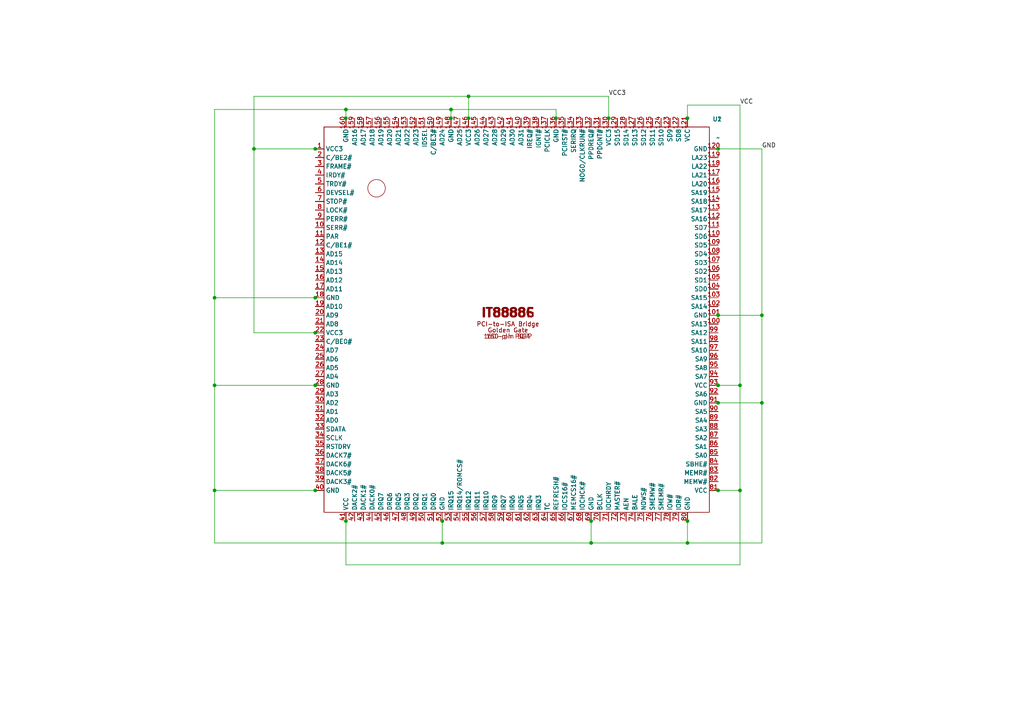
<source format=kicad_sch>
(kicad_sch (version 20250114) (generator "eeschema") (generator_version "9.0")
  (paper "A4")
  (lib_symbols
    (symbol "ISA8888:IT8888F"
      (property "Reference" "U" (at 0 -9.652 0))
      (symbol "IT8888F_1_1"
        (rectangle (start -53.34 55.88) (end 58.42 -55.88))
        (circle (center -38.1 38.1) (radius 2.54))
        (text "IT8888F" (at 0 2.032 0) (effects (font (size 2.54 2.54) (thickness 0.508) (bold yes))))
        (text "PCI-to-ISA Bridge" (at 0 -1.27 0) (effects (font (size 1.27 1.27))))
        (text "Golden Gate" (at 0 -3.048 0) (effects (font (size 1.27 1.27))))
        (text "160-pin PQFP" (at 0 -4.826 0) (effects (font (size 1.27 1.27))))
        (pin unspecified line (at -55.88 49.53 0) (length 2.54) (name "VCC3") (number "1"))
        (pin unspecified line (at -55.88 46.99 0) (length 2.54) (name "C/BE2#") (number "2"))
        (pin unspecified line (at -55.88 44.45 0) (length 2.54) (name "FRAME#") (number "3"))
        (pin unspecified line (at -55.88 41.91 0) (length 2.54) (name "IRDY#") (number "4"))
        (pin unspecified line (at -55.88 39.37 0) (length 2.54) (name "TRDY#") (number "5"))
        (pin unspecified line (at -55.88 36.83 0) (length 2.54) (name "DEVSEL#") (number "6"))
        (pin unspecified line (at -55.88 34.29 0) (length 2.54) (name "STOP#") (number "7"))
        (pin unspecified line (at -55.88 31.75 0) (length 2.54) (name "LOCK#") (number "8"))
        (pin unspecified line (at -55.88 29.21 0) (length 2.54) (name "PERR#") (number "9"))
        (pin unspecified line (at -55.88 26.67 0) (length 2.54) (name "SERR#") (number "10"))
        (pin unspecified line (at -55.88 24.13 0) (length 2.54) (name "PAR") (number "11"))
        (pin unspecified line (at -55.88 21.59 0) (length 2.54) (name "C/BE1#") (number "12"))
        (pin unspecified line (at -55.88 19.05 0) (length 2.54) (name "AD15") (number "13"))
        (pin unspecified line (at -55.88 16.51 0) (length 2.54) (name "AD14") (number "14"))
        (pin unspecified line (at -55.88 13.97 0) (length 2.54) (name "AD13") (number "15"))
        (pin unspecified line (at -55.88 11.43 0) (length 2.54) (name "AD12") (number "16"))
        (pin unspecified line (at -55.88 8.89 0) (length 2.54) (name "AD11") (number "17"))
        (pin unspecified line (at -55.88 6.35 0) (length 2.54) (name "GND") (number "18"))
        (pin unspecified line (at -55.88 3.81 0) (length 2.54) (name "AD10") (number "19"))
        (pin unspecified line (at -55.88 1.27 0) (length 2.54) (name "AD9") (number "20"))
        (pin unspecified line (at -55.88 -1.27 0) (length 2.54) (name "AD8") (number "21"))
        (pin unspecified line (at -55.88 -3.81 0) (length 2.54) (name "VCC3") (number "22"))
        (pin unspecified line (at -55.88 -6.35 0) (length 2.54) (name "C/BE0#") (number "23"))
        (pin unspecified line (at -55.88 -8.89 0) (length 2.54) (name "AD7") (number "24"))
        (pin unspecified line (at -55.88 -11.43 0) (length 2.54) (name "AD6") (number "25"))
        (pin unspecified line (at -55.88 -13.97 0) (length 2.54) (name "AD5") (number "26"))
        (pin unspecified line (at -55.88 -16.51 0) (length 2.54) (name "AD4") (number "27"))
        (pin unspecified line (at -55.88 -19.05 0) (length 2.54) (name "GND") (number "28"))
        (pin unspecified line (at -55.88 -21.59 0) (length 2.54) (name "AD3") (number "29"))
        (pin unspecified line (at -55.88 -24.13 0) (length 2.54) (name "AD2") (number "30"))
        (pin unspecified line (at -55.88 -26.67 0) (length 2.54) (name "AD1") (number "31"))
        (pin unspecified line (at -55.88 -29.21 0) (length 2.54) (name "AD0") (number "32"))
        (pin unspecified line (at -55.88 -31.75 0) (length 2.54) (name "SDATA") (number "33"))
        (pin unspecified line (at -55.88 -34.29 0) (length 2.54) (name "SCLK") (number "34"))
        (pin unspecified line (at -55.88 -36.83 0) (length 2.54) (name "RSTDRV") (number "35"))
        (pin unspecified line (at -55.88 -39.37 0) (length 2.54) (name "DACK7#") (number "36"))
        (pin unspecified line (at -55.88 -41.91 0) (length 2.54) (name "DACK6#") (number "37"))
        (pin unspecified line (at -55.88 -44.45 0) (length 2.54) (name "DACK5#") (number "38"))
        (pin unspecified line (at -55.88 -46.99 0) (length 2.54) (name "DACK3#") (number "39"))
        (pin unspecified line (at -55.88 -49.53 0) (length 2.54) (name "GND") (number "40"))
        (pin unspecified line (at -46.99 58.42 270) (length 2.54) (name "GND") (number "160"))
        (pin unspecified line (at -46.99 -58.42 90) (length 2.54) (name "VCC") (number "41"))
        (pin unspecified line (at -44.45 58.42 270) (length 2.54) (name "AD16") (number "159"))
        (pin unspecified line (at -44.45 -58.42 90) (length 2.54) (name "DACK2#") (number "42"))
        (pin unspecified line (at -41.91 58.42 270) (length 2.54) (name "AD17") (number "158"))
        (pin unspecified line (at -41.91 -58.42 90) (length 2.54) (name "DACK1#") (number "43"))
        (pin unspecified line (at -39.37 58.42 270) (length 2.54) (name "AD18") (number "157"))
        (pin unspecified line (at -39.37 -58.42 90) (length 2.54) (name "DACK0#") (number "44"))
        (pin unspecified line (at -36.83 58.42 270) (length 2.54) (name "AD19") (number "156"))
        (pin unspecified line (at -36.83 -58.42 90) (length 2.54) (name "DRQ7") (number "45"))
        (pin unspecified line (at -34.29 58.42 270) (length 2.54) (name "AD20") (number "155"))
        (pin unspecified line (at -34.29 -58.42 90) (length 2.54) (name "DRQ6") (number "46"))
        (pin unspecified line (at -31.75 58.42 270) (length 2.54) (name "AD21") (number "154"))
        (pin unspecified line (at -31.75 -58.42 90) (length 2.54) (name "DRQ5") (number "47"))
        (pin unspecified line (at -29.21 58.42 270) (length 2.54) (name "AD22") (number "153"))
        (pin unspecified line (at -29.21 -58.42 90) (length 2.54) (name "DRQ3") (number "48"))
        (pin unspecified line (at -26.67 58.42 270) (length 2.54) (name "AD23") (number "152"))
        (pin unspecified line (at -26.67 -58.42 90) (length 2.54) (name "DRQ2") (number "49"))
        (pin unspecified line (at -24.13 58.42 270) (length 2.54) (name "IDSEL") (number "151"))
        (pin unspecified line (at -24.13 -58.42 90) (length 2.54) (name "DRQ1") (number "50"))
        (pin unspecified line (at -21.59 58.42 270) (length 2.54) (name "C/BE3#") (number "150"))
        (pin unspecified line (at -21.59 -58.42 90) (length 2.54) (name "DRQ0") (number "51"))
        (pin unspecified line (at -19.05 58.42 270) (length 2.54) (name "AD24") (number "149"))
        (pin unspecified line (at -19.05 -58.42 90) (length 2.54) (name "GND") (number "52"))
        (pin unspecified line (at -16.51 58.42 270) (length 2.54) (name "GND") (number "148"))
        (pin unspecified line (at -16.51 -58.42 90) (length 2.54) (name "IRQ15") (number "53"))
        (pin unspecified line (at -13.97 58.42 270) (length 2.54) (name "AD25") (number "147"))
        (pin unspecified line (at -13.97 -58.42 90) (length 2.54) (name "IRQ14/ROMCS#") (number "54"))
        (pin unspecified line (at -11.43 58.42 270) (length 2.54) (name "VCC3") (number "146"))
        (pin unspecified line (at -11.43 -58.42 90) (length 2.54) (name "IRQ12") (number "55"))
        (pin unspecified line (at -8.89 58.42 270) (length 2.54) (name "AD26") (number "145"))
        (pin unspecified line (at -8.89 -58.42 90) (length 2.54) (name "IRQ11") (number "56"))
        (pin unspecified line (at -6.35 58.42 270) (length 2.54) (name "AD27") (number "144"))
        (pin unspecified line (at -6.35 -58.42 90) (length 2.54) (name "IRQ10") (number "57"))
        (pin unspecified line (at -3.81 58.42 270) (length 2.54) (name "AD28") (number "143"))
        (pin unspecified line (at -3.81 -58.42 90) (length 2.54) (name "IRQ9") (number "58"))
        (pin unspecified line (at -1.27 58.42 270) (length 2.54) (name "AD29") (number "142"))
        (pin unspecified line (at -1.27 -58.42 90) (length 2.54) (name "IRQ7") (number "59"))
        (pin unspecified line (at 1.27 58.42 270) (length 2.54) (name "AD30") (number "141"))
        (pin unspecified line (at 1.27 -58.42 90) (length 2.54) (name "IRQ6") (number "60"))
        (pin unspecified line (at 3.81 58.42 270) (length 2.54) (name "AD31") (number "140"))
        (pin unspecified line (at 3.81 -58.42 90) (length 2.54) (name "IRQ5") (number "61"))
        (pin unspecified line (at 6.35 58.42 270) (length 2.54) (name "IREQ#") (number "139"))
        (pin unspecified line (at 6.35 -58.42 90) (length 2.54) (name "IRQ4") (number "62"))
        (pin unspecified line (at 8.89 58.42 270) (length 2.54) (name "IGNT#") (number "138"))
        (pin unspecified line (at 8.89 -58.42 90) (length 2.54) (name "IRQ3") (number "63"))
        (pin unspecified line (at 11.43 58.42 270) (length 2.54) (name "PCICLK") (number "137"))
        (pin unspecified line (at 11.43 -58.42 90) (length 2.54) (name "TC") (number "64"))
        (pin unspecified line (at 13.97 58.42 270) (length 2.54) (name "GND") (number "136"))
        (pin unspecified line (at 13.97 -58.42 90) (length 2.54) (name "REFRESH#") (number "65"))
        (pin unspecified line (at 16.51 58.42 270) (length 2.54) (name "PCIRST#") (number "135"))
        (pin unspecified line (at 16.51 -58.42 90) (length 2.54) (name "IOCS16#") (number "66"))
        (pin unspecified line (at 19.05 58.42 270) (length 2.54) (name "SERIRQ") (number "134"))
        (pin unspecified line (at 19.05 -58.42 90) (length 2.54) (name "MEMCS16#") (number "67"))
        (pin unspecified line (at 21.59 58.42 270) (length 2.54) (name "NOGO/CLKRUN#") (number "133"))
        (pin unspecified line (at 21.59 -58.42 90) (length 2.54) (name "IOCHCK#") (number "68"))
        (pin unspecified line (at 24.13 58.42 270) (length 2.54) (name "PPDREQ#") (number "132"))
        (pin unspecified line (at 24.13 -58.42 90) (length 2.54) (name "GND") (number "69"))
        (pin unspecified line (at 26.67 58.42 270) (length 2.54) (name "PPDGNT#") (number "131"))
        (pin unspecified line (at 26.67 -58.42 90) (length 2.54) (name "BCLK") (number "70"))
        (pin unspecified line (at 29.21 58.42 270) (length 2.54) (name "VCC3") (number "130"))
        (pin unspecified line (at 29.21 -58.42 90) (length 2.54) (name "IOCHRDY") (number "71"))
        (pin unspecified line (at 31.75 58.42 270) (length 2.54) (name "SD15") (number "129"))
        (pin unspecified line (at 31.75 -58.42 90) (length 2.54) (name "MASTER#") (number "72"))
        (pin unspecified line (at 34.29 58.42 270) (length 2.54) (name "SD14") (number "128"))
        (pin unspecified line (at 34.29 -58.42 90) (length 2.54) (name "AEN") (number "73"))
        (pin unspecified line (at 36.83 58.42 270) (length 2.54) (name "SD13") (number "127"))
        (pin unspecified line (at 36.83 -58.42 90) (length 2.54) (name "BALE") (number "74"))
        (pin unspecified line (at 39.37 58.42 270) (length 2.54) (name "SD12") (number "126"))
        (pin unspecified line (at 39.37 -58.42 90) (length 2.54) (name "NOWS#") (number "75"))
        (pin unspecified line (at 41.91 58.42 270) (length 2.54) (name "SD11") (number "125"))
        (pin unspecified line (at 41.91 -58.42 90) (length 2.54) (name "SMEMW#") (number "76"))
        (pin unspecified line (at 44.45 58.42 270) (length 2.54) (name "SD10") (number "124"))
        (pin unspecified line (at 44.45 -58.42 90) (length 2.54) (name "SMEMR#") (number "77"))
        (pin unspecified line (at 46.99 58.42 270) (length 2.54) (name "SD9") (number "123"))
        (pin unspecified line (at 46.99 -58.42 90) (length 2.54) (name "IOW#") (number "78"))
        (pin unspecified line (at 49.53 58.42 270) (length 2.54) (name "SD8") (number "122"))
        (pin unspecified line (at 49.53 -58.42 90) (length 2.54) (name "IOR#") (number "79"))
        (pin unspecified line (at 52.07 58.42 270) (length 2.54) (name "VCC") (number "121"))
        (pin unspecified line (at 52.07 -58.42 90) (length 2.54) (name "GND") (number "80"))
        (pin unspecified line (at 60.96 49.53 180) (length 2.54) (name "GND") (number "120"))
        (pin unspecified line (at 60.96 46.99 180) (length 2.54) (name "LA23") (number "119"))
        (pin unspecified line (at 60.96 44.45 180) (length 2.54) (name "LA22") (number "118"))
        (pin unspecified line (at 60.96 41.91 180) (length 2.54) (name "LA21") (number "117"))
        (pin unspecified line (at 60.96 39.37 180) (length 2.54) (name "LA20") (number "116"))
        (pin unspecified line (at 60.96 36.83 180) (length 2.54) (name "SA19") (number "115"))
        (pin unspecified line (at 60.96 34.29 180) (length 2.54) (name "SA18") (number "114"))
        (pin unspecified line (at 60.96 31.75 180) (length 2.54) (name "SA17") (number "113"))
        (pin unspecified line (at 60.96 29.21 180) (length 2.54) (name "SA16") (number "112"))
        (pin unspecified line (at 60.96 26.67 180) (length 2.54) (name "SD7") (number "111"))
        (pin unspecified line (at 60.96 24.13 180) (length 2.54) (name "SD6") (number "110"))
        (pin unspecified line (at 60.96 21.59 180) (length 2.54) (name "SD5") (number "109"))
        (pin unspecified line (at 60.96 19.05 180) (length 2.54) (name "SD4") (number "108"))
        (pin unspecified line (at 60.96 16.51 180) (length 2.54) (name "SD3") (number "107"))
        (pin unspecified line (at 60.96 13.97 180) (length 2.54) (name "SD2") (number "106"))
        (pin unspecified line (at 60.96 11.43 180) (length 2.54) (name "SD1") (number "105"))
        (pin unspecified line (at 60.96 8.89 180) (length 2.54) (name "SD0") (number "104"))
        (pin unspecified line (at 60.96 6.35 180) (length 2.54) (name "SA15") (number "103"))
        (pin unspecified line (at 60.96 3.81 180) (length 2.54) (name "SA14") (number "102"))
        (pin unspecified line (at 60.96 1.27 180) (length 2.54) (name "GND") (number "101"))
        (pin unspecified line (at 60.96 -1.27 180) (length 2.54) (name "SA13") (number "100"))
        (pin unspecified line (at 60.96 -3.81 180) (length 2.54) (name "SA12") (number "99"))
        (pin unspecified line (at 60.96 -6.35 180) (length 2.54) (name "SA11") (number "98"))
        (pin unspecified line (at 60.96 -8.89 180) (length 2.54) (name "SA10") (number "97"))
        (pin unspecified line (at 60.96 -11.43 180) (length 2.54) (name "SA9") (number "96"))
        (pin unspecified line (at 60.96 -13.97 180) (length 2.54) (name "SA8") (number "95"))
        (pin unspecified line (at 60.96 -16.51 180) (length 2.54) (name "SA7") (number "94"))
        (pin unspecified line (at 60.96 -19.05 180) (length 2.54) (name "VCC") (number "93"))
        (pin unspecified line (at 60.96 -21.59 180) (length 2.54) (name "SA6") (number "92"))
        (pin unspecified line (at 60.96 -24.13 180) (length 2.54) (name "GND") (number "91"))
        (pin unspecified line (at 60.96 -26.67 180) (length 2.54) (name "SA5") (number "90"))
        (pin unspecified line (at 60.96 -29.21 180) (length 2.54) (name "SA4") (number "89"))
        (pin unspecified line (at 60.96 -31.75 180) (length 2.54) (name "SA3") (number "88"))
        (pin unspecified line (at 60.96 -34.29 180) (length 2.54) (name "SA2") (number "87"))
        (pin unspecified line (at 60.96 -36.83 180) (length 2.54) (name "SA1") (number "86"))
        (pin unspecified line (at 60.96 -39.37 180) (length 2.54) (name "SA0") (number "85"))
        (pin unspecified line (at 60.96 -41.91 180) (length 2.54) (name "SBHE#") (number "84"))
        (pin unspecified line (at 60.96 -44.45 180) (length 2.54) (name "MEMR#") (number "83"))
        (pin unspecified line (at 60.96 -46.99 180) (length 2.54) (name "MEMW#") (number "82"))
        (pin unspecified line (at 60.96 -49.53 180) (length 2.54) (name "VCC") (number "81"))
      )
    )
    (symbol "ISA8888:IT8888G"
      (property "Reference" "U" (at 0 -9.652 0))
      (symbol "IT8888G_1_1"
        (rectangle (start -53.34 55.88) (end 58.42 -55.88))
        (text "IT8888G" (at 0 2.032 0) (effects (font (size 2.54 2.54) (thickness 0.508) (bold yes))))
        (text "PCI-to-ISA Bridge" (at 0 -1.27 0) (effects (font (size 1.27 1.27))))
        (text "Golden Gate" (at 0 -3.048 0) (effects (font (size 1.27 1.27))))
        (text "160-pin BGA" (at 0 -4.826 0) (effects (font (size 1.27 1.27))))
        (pin unspecified line (at -55.88 49.53 0) (length 2.54) (name "VCC3") (number "1"))
        (pin unspecified line (at -55.88 46.99 0) (length 2.54) (name "C/BE2#") (number "2"))
        (pin unspecified line (at -55.88 44.45 0) (length 2.54) (name "FRAME#") (number "3"))
        (pin unspecified line (at -55.88 41.91 0) (length 2.54) (name "IRDY#") (number "4"))
        (pin unspecified line (at -55.88 39.37 0) (length 2.54) (name "TRDY#") (number "5"))
        (pin unspecified line (at -55.88 36.83 0) (length 2.54) (name "DEVSEL#") (number "6"))
        (pin unspecified line (at -55.88 34.29 0) (length 2.54) (name "STOP#") (number "7"))
        (pin unspecified line (at -55.88 31.75 0) (length 2.54) (name "LOCK#") (number "8"))
        (pin unspecified line (at -55.88 29.21 0) (length 2.54) (name "PERR#") (number "9"))
        (pin unspecified line (at -55.88 26.67 0) (length 2.54) (name "SERR#") (number "10"))
        (pin unspecified line (at -55.88 24.13 0) (length 2.54) (name "PAR") (number "11"))
        (pin unspecified line (at -55.88 21.59 0) (length 2.54) (name "C/BE1#") (number "12"))
        (pin unspecified line (at -55.88 19.05 0) (length 2.54) (name "AD15") (number "13"))
        (pin unspecified line (at -55.88 16.51 0) (length 2.54) (name "AD14") (number "14"))
        (pin unspecified line (at -55.88 13.97 0) (length 2.54) (name "AD13") (number "15"))
        (pin unspecified line (at -55.88 11.43 0) (length 2.54) (name "AD12") (number "16"))
        (pin unspecified line (at -55.88 8.89 0) (length 2.54) (name "AD11") (number "17"))
        (pin unspecified line (at -55.88 6.35 0) (length 2.54) (name "GND") (number "18"))
        (pin unspecified line (at -55.88 3.81 0) (length 2.54) (name "AD10") (number "19"))
        (pin unspecified line (at -55.88 1.27 0) (length 2.54) (name "AD9") (number "20"))
        (pin unspecified line (at -55.88 -1.27 0) (length 2.54) (name "AD8") (number "21"))
        (pin unspecified line (at -55.88 -3.81 0) (length 2.54) (name "VCC3") (number "22"))
        (pin unspecified line (at -55.88 -6.35 0) (length 2.54) (name "C/BE0#") (number "23"))
        (pin unspecified line (at -55.88 -8.89 0) (length 2.54) (name "AD7") (number "24"))
        (pin unspecified line (at -55.88 -11.43 0) (length 2.54) (name "AD6") (number "25"))
        (pin unspecified line (at -55.88 -13.97 0) (length 2.54) (name "AD5") (number "26"))
        (pin unspecified line (at -55.88 -16.51 0) (length 2.54) (name "AD4") (number "27"))
        (pin unspecified line (at -55.88 -19.05 0) (length 2.54) (name "GND") (number "28"))
        (pin unspecified line (at -55.88 -21.59 0) (length 2.54) (name "AD3") (number "29"))
        (pin unspecified line (at -55.88 -24.13 0) (length 2.54) (name "AD2") (number "30"))
        (pin unspecified line (at -55.88 -26.67 0) (length 2.54) (name "AD1") (number "31"))
        (pin unspecified line (at -55.88 -29.21 0) (length 2.54) (name "AD0") (number "32"))
        (pin unspecified line (at -55.88 -31.75 0) (length 2.54) (name "SDATA") (number "33"))
        (pin unspecified line (at -55.88 -34.29 0) (length 2.54) (name "SCLK") (number "34"))
        (pin unspecified line (at -55.88 -36.83 0) (length 2.54) (name "RSTDRV") (number "35"))
        (pin unspecified line (at -55.88 -39.37 0) (length 2.54) (name "DACK7#") (number "36"))
        (pin unspecified line (at -55.88 -41.91 0) (length 2.54) (name "DACK6#") (number "37"))
        (pin unspecified line (at -55.88 -44.45 0) (length 2.54) (name "DACK5#") (number "38"))
        (pin unspecified line (at -55.88 -46.99 0) (length 2.54) (name "DACK3#") (number "39"))
        (pin unspecified line (at -55.88 -49.53 0) (length 2.54) (name "GND") (number "40"))
        (pin unspecified line (at -46.99 58.42 270) (length 2.54) (name "GND") (number "160"))
        (pin unspecified line (at -46.99 -58.42 90) (length 2.54) (name "VCC") (number "41"))
        (pin unspecified line (at -44.45 58.42 270) (length 2.54) (name "AD16") (number "159"))
        (pin unspecified line (at -44.45 -58.42 90) (length 2.54) (name "DACK2#") (number "42"))
        (pin unspecified line (at -41.91 58.42 270) (length 2.54) (name "AD17") (number "158"))
        (pin unspecified line (at -41.91 -58.42 90) (length 2.54) (name "DACK1#") (number "43"))
        (pin unspecified line (at -39.37 58.42 270) (length 2.54) (name "AD18") (number "157"))
        (pin unspecified line (at -39.37 -58.42 90) (length 2.54) (name "DACK0#") (number "44"))
        (pin unspecified line (at -36.83 58.42 270) (length 2.54) (name "AD19") (number "156"))
        (pin unspecified line (at -36.83 -58.42 90) (length 2.54) (name "DRQ7") (number "45"))
        (pin unspecified line (at -34.29 58.42 270) (length 2.54) (name "AD20") (number "155"))
        (pin unspecified line (at -34.29 -58.42 90) (length 2.54) (name "DRQ6") (number "46"))
        (pin unspecified line (at -31.75 58.42 270) (length 2.54) (name "AD21") (number "154"))
        (pin unspecified line (at -31.75 -58.42 90) (length 2.54) (name "DRQ5") (number "47"))
        (pin unspecified line (at -29.21 58.42 270) (length 2.54) (name "AD22") (number "153"))
        (pin unspecified line (at -29.21 -58.42 90) (length 2.54) (name "DRQ3") (number "48"))
        (pin unspecified line (at -26.67 58.42 270) (length 2.54) (name "AD23") (number "152"))
        (pin unspecified line (at -26.67 -58.42 90) (length 2.54) (name "DRQ2") (number "49"))
        (pin unspecified line (at -24.13 58.42 270) (length 2.54) (name "IDSEL") (number "151"))
        (pin unspecified line (at -24.13 -58.42 90) (length 2.54) (name "DRQ1") (number "50"))
        (pin unspecified line (at -21.59 58.42 270) (length 2.54) (name "C/BE3#") (number "150"))
        (pin unspecified line (at -21.59 -58.42 90) (length 2.54) (name "DRQ0") (number "51"))
        (pin unspecified line (at -19.05 58.42 270) (length 2.54) (name "AD24") (number "149"))
        (pin unspecified line (at -19.05 -58.42 90) (length 2.54) (name "GND") (number "52"))
        (pin unspecified line (at -16.51 58.42 270) (length 2.54) (name "GND") (number "148"))
        (pin unspecified line (at -16.51 -58.42 90) (length 2.54) (name "IRQ15") (number "53"))
        (pin unspecified line (at -13.97 58.42 270) (length 2.54) (name "AD25") (number "147"))
        (pin unspecified line (at -13.97 -58.42 90) (length 2.54) (name "IRQ14/ROMCS#") (number "54"))
        (pin unspecified line (at -11.43 58.42 270) (length 2.54) (name "VCC3") (number "146"))
        (pin unspecified line (at -11.43 -58.42 90) (length 2.54) (name "IRQ12") (number "55"))
        (pin unspecified line (at -8.89 58.42 270) (length 2.54) (name "AD26") (number "145"))
        (pin unspecified line (at -8.89 -58.42 90) (length 2.54) (name "IRQ11") (number "56"))
        (pin unspecified line (at -6.35 58.42 270) (length 2.54) (name "AD27") (number "144"))
        (pin unspecified line (at -6.35 -58.42 90) (length 2.54) (name "IRQ10") (number "57"))
        (pin unspecified line (at -3.81 58.42 270) (length 2.54) (name "AD28") (number "143"))
        (pin unspecified line (at -3.81 -58.42 90) (length 2.54) (name "IRQ9") (number "58"))
        (pin unspecified line (at -1.27 58.42 270) (length 2.54) (name "AD29") (number "142"))
        (pin unspecified line (at -1.27 -58.42 90) (length 2.54) (name "IRQ7") (number "59"))
        (pin unspecified line (at 1.27 58.42 270) (length 2.54) (name "AD30") (number "141"))
        (pin unspecified line (at 1.27 -58.42 90) (length 2.54) (name "IRQ6") (number "60"))
        (pin unspecified line (at 3.81 58.42 270) (length 2.54) (name "AD31") (number "140"))
        (pin unspecified line (at 3.81 -58.42 90) (length 2.54) (name "IRQ5") (number "61"))
        (pin unspecified line (at 6.35 58.42 270) (length 2.54) (name "IREQ#") (number "139"))
        (pin unspecified line (at 6.35 -58.42 90) (length 2.54) (name "IRQ4") (number "62"))
        (pin unspecified line (at 8.89 58.42 270) (length 2.54) (name "IGNT#") (number "138"))
        (pin unspecified line (at 8.89 -58.42 90) (length 2.54) (name "IRQ3") (number "63"))
        (pin unspecified line (at 11.43 58.42 270) (length 2.54) (name "PCICLK") (number "137"))
        (pin unspecified line (at 11.43 -58.42 90) (length 2.54) (name "TC") (number "64"))
        (pin unspecified line (at 13.97 58.42 270) (length 2.54) (name "GND") (number "136"))
        (pin unspecified line (at 13.97 -58.42 90) (length 2.54) (name "REFRESH#") (number "65"))
        (pin unspecified line (at 16.51 58.42 270) (length 2.54) (name "PCIRST#") (number "135"))
        (pin unspecified line (at 16.51 -58.42 90) (length 2.54) (name "IOCS16#") (number "66"))
        (pin unspecified line (at 19.05 58.42 270) (length 2.54) (name "SERIRQ") (number "134"))
        (pin unspecified line (at 19.05 -58.42 90) (length 2.54) (name "MEMCS16#") (number "67"))
        (pin unspecified line (at 21.59 58.42 270) (length 2.54) (name "NOGO/CLKRUN#") (number "133"))
        (pin unspecified line (at 21.59 -58.42 90) (length 2.54) (name "IOCHCK#") (number "68"))
        (pin unspecified line (at 24.13 58.42 270) (length 2.54) (name "PPDREQ#") (number "132"))
        (pin unspecified line (at 24.13 -58.42 90) (length 2.54) (name "GND") (number "69"))
        (pin unspecified line (at 26.67 58.42 270) (length 2.54) (name "PPDGNT#") (number "131"))
        (pin unspecified line (at 26.67 -58.42 90) (length 2.54) (name "BCLK") (number "70"))
        (pin unspecified line (at 29.21 58.42 270) (length 2.54) (name "VCC3") (number "130"))
        (pin unspecified line (at 29.21 -58.42 90) (length 2.54) (name "IOCHRDY") (number "71"))
        (pin unspecified line (at 31.75 58.42 270) (length 2.54) (name "SD15") (number "129"))
        (pin unspecified line (at 31.75 -58.42 90) (length 2.54) (name "MASTER#") (number "72"))
        (pin unspecified line (at 34.29 58.42 270) (length 2.54) (name "SD14") (number "128"))
        (pin unspecified line (at 34.29 -58.42 90) (length 2.54) (name "AEN") (number "73"))
        (pin unspecified line (at 36.83 58.42 270) (length 2.54) (name "SD13") (number "127"))
        (pin unspecified line (at 36.83 -58.42 90) (length 2.54) (name "BALE") (number "74"))
        (pin unspecified line (at 39.37 58.42 270) (length 2.54) (name "SD12") (number "126"))
        (pin unspecified line (at 39.37 -58.42 90) (length 2.54) (name "NOWS#") (number "75"))
        (pin unspecified line (at 41.91 58.42 270) (length 2.54) (name "SD11") (number "125"))
        (pin unspecified line (at 41.91 -58.42 90) (length 2.54) (name "SMEMW#") (number "76"))
        (pin unspecified line (at 44.45 58.42 270) (length 2.54) (name "SD10") (number "124"))
        (pin unspecified line (at 44.45 -58.42 90) (length 2.54) (name "SMEMR#") (number "77"))
        (pin unspecified line (at 46.99 58.42 270) (length 2.54) (name "SD9") (number "123"))
        (pin unspecified line (at 46.99 -58.42 90) (length 2.54) (name "IOW#") (number "78"))
        (pin unspecified line (at 49.53 58.42 270) (length 2.54) (name "SD8") (number "122"))
        (pin unspecified line (at 49.53 -58.42 90) (length 2.54) (name "IOR#") (number "79"))
        (pin unspecified line (at 52.07 58.42 270) (length 2.54) (name "VCC") (number "121"))
        (pin unspecified line (at 52.07 -58.42 90) (length 2.54) (name "GND") (number "80"))
        (pin unspecified line (at 60.96 49.53 180) (length 2.54) (name "GND") (number "120"))
        (pin unspecified line (at 60.96 46.99 180) (length 2.54) (name "LA23") (number "119"))
        (pin unspecified line (at 60.96 44.45 180) (length 2.54) (name "LA22") (number "118"))
        (pin unspecified line (at 60.96 41.91 180) (length 2.54) (name "LA21") (number "117"))
        (pin unspecified line (at 60.96 39.37 180) (length 2.54) (name "LA20") (number "116"))
        (pin unspecified line (at 60.96 36.83 180) (length 2.54) (name "SA19") (number "115"))
        (pin unspecified line (at 60.96 34.29 180) (length 2.54) (name "SA18") (number "114"))
        (pin unspecified line (at 60.96 31.75 180) (length 2.54) (name "SA17") (number "113"))
        (pin unspecified line (at 60.96 29.21 180) (length 2.54) (name "SA16") (number "112"))
        (pin unspecified line (at 60.96 26.67 180) (length 2.54) (name "SD7") (number "111"))
        (pin unspecified line (at 60.96 24.13 180) (length 2.54) (name "SD6") (number "110"))
        (pin unspecified line (at 60.96 21.59 180) (length 2.54) (name "SD5") (number "109"))
        (pin unspecified line (at 60.96 19.05 180) (length 2.54) (name "SD4") (number "108"))
        (pin unspecified line (at 60.96 16.51 180) (length 2.54) (name "SD3") (number "107"))
        (pin unspecified line (at 60.96 13.97 180) (length 2.54) (name "SD2") (number "106"))
        (pin unspecified line (at 60.96 11.43 180) (length 2.54) (name "SD1") (number "105"))
        (pin unspecified line (at 60.96 8.89 180) (length 2.54) (name "SD0") (number "104"))
        (pin unspecified line (at 60.96 6.35 180) (length 2.54) (name "SA15") (number "103"))
        (pin unspecified line (at 60.96 3.81 180) (length 2.54) (name "SA14") (number "102"))
        (pin unspecified line (at 60.96 1.27 180) (length 2.54) (name "GND") (number "101"))
        (pin unspecified line (at 60.96 -1.27 180) (length 2.54) (name "SA13") (number "100"))
        (pin unspecified line (at 60.96 -3.81 180) (length 2.54) (name "SA12") (number "99"))
        (pin unspecified line (at 60.96 -6.35 180) (length 2.54) (name "SA11") (number "98"))
        (pin unspecified line (at 60.96 -8.89 180) (length 2.54) (name "SA10") (number "97"))
        (pin unspecified line (at 60.96 -11.43 180) (length 2.54) (name "SA9") (number "96"))
        (pin unspecified line (at 60.96 -13.97 180) (length 2.54) (name "SA8") (number "95"))
        (pin unspecified line (at 60.96 -16.51 180) (length 2.54) (name "SA7") (number "94"))
        (pin unspecified line (at 60.96 -19.05 180) (length 2.54) (name "VCC") (number "93"))
        (pin unspecified line (at 60.96 -21.59 180) (length 2.54) (name "SA6") (number "92"))
        (pin unspecified line (at 60.96 -24.13 180) (length 2.54) (name "GND") (number "91"))
        (pin unspecified line (at 60.96 -26.67 180) (length 2.54) (name "SA5") (number "90"))
        (pin unspecified line (at 60.96 -29.21 180) (length 2.54) (name "SA4") (number "89"))
        (pin unspecified line (at 60.96 -31.75 180) (length 2.54) (name "SA3") (number "88"))
        (pin unspecified line (at 60.96 -34.29 180) (length 2.54) (name "SA2") (number "87"))
        (pin unspecified line (at 60.96 -36.83 180) (length 2.54) (name "SA1") (number "86"))
        (pin unspecified line (at 60.96 -39.37 180) (length 2.54) (name "SA0") (number "85"))
        (pin unspecified line (at 60.96 -41.91 180) (length 2.54) (name "SBHE#") (number "84"))
        (pin unspecified line (at 60.96 -44.45 180) (length 2.54) (name "MEMR#") (number "83"))
        (pin unspecified line (at 60.96 -46.99 180) (length 2.54) (name "MEMW#") (number "82"))
        (pin unspecified line (at 60.96 -49.53 180) (length 2.54) (name "VCC") (number "81"))
      )
    )
  )
  (junction (at 208.28 91.44))
  (junction (at 100.33 34.29))
  (junction (at 214.63 142.24))
  (junction (at 62.23 142.24))
  (junction (at 73.66 43.18))
  (junction (at 176.53 34.29))
  (junction (at 100.33 31.75))
  (junction (at 100.33 151.13))
  (junction (at 171.45 151.13))
  (junction (at 208.28 111.76))
  (junction (at 199.39 151.13))
  (junction (at 214.63 111.76))
  (junction (at 91.44 43.18))
  (junction (at 199.39 34.29))
  (junction (at 91.44 142.24))
  (junction (at 220.98 116.84))
  (junction (at 208.28 142.24))
  (junction (at 220.98 91.44))
  (junction (at 161.29 34.29))
  (junction (at 208.28 116.84))
  (junction (at 208.28 43.18))
  (junction (at 128.27 157.48))
  (junction (at 135.89 34.29))
  (junction (at 91.44 111.76))
  (junction (at 130.81 34.29))
  (junction (at 135.89 27.94))
  (junction (at 91.44 96.52))
  (junction (at 62.23 86.36))
  (junction (at 91.44 86.36))
  (junction (at 130.81 31.75))
  (junction (at 128.27 151.13))
  (junction (at 62.23 111.76))
  (junction (at 171.45 157.48))
  (junction (at 199.39 157.48))
  (wire (pts (xy 208.28 111.76) (xy 214.63 111.76)))
  (wire (pts (xy 128.27 157.48) (xy 171.45 157.48)))
  (wire (pts (xy 62.23 111.76) (xy 91.44 111.76)))
  (wire (pts (xy 214.63 30.48) (xy 214.63 111.76)))
  (wire (pts (xy 91.44 86.36) (xy 62.23 86.36)))
  (wire (pts (xy 130.81 34.29) (xy 130.81 31.75)))
  (wire (pts (xy 100.33 163.83) (xy 214.63 163.83)))
  (wire (pts (xy 214.63 163.83) (xy 214.63 142.24)))
  (wire (pts (xy 62.23 31.75) (xy 62.23 86.36)))
  (wire (pts (xy 62.23 142.24) (xy 91.44 142.24)))
  (wire (pts (xy 73.66 27.94) (xy 135.89 27.94)))
  (wire (pts (xy 135.89 27.94) (xy 135.89 34.29)))
  (wire (pts (xy 208.28 116.84) (xy 220.98 116.84)))
  (wire (pts (xy 199.39 30.48) (xy 214.63 30.48)))
  (wire (pts (xy 208.28 43.18) (xy 220.98 43.18)))
  (wire (pts (xy 73.66 96.52) (xy 91.44 96.52)))
  (wire (pts (xy 128.27 151.13) (xy 128.27 157.48)))
  (wire (pts (xy 199.39 157.48) (xy 171.45 157.48)))
  (wire (pts (xy 62.23 86.36) (xy 62.23 111.76)))
  (wire (pts (xy 62.23 111.76) (xy 62.23 142.24)))
  (wire (pts (xy 208.28 91.44) (xy 220.98 91.44)))
  (wire (pts (xy 176.53 34.29) (xy 176.53 27.94)))
  (wire (pts (xy 214.63 111.76) (xy 214.63 142.24)))
  (wire (pts (xy 62.23 157.48) (xy 128.27 157.48)))
  (wire (pts (xy 176.53 27.94) (xy 135.89 27.94)))
  (wire (pts (xy 130.81 31.75) (xy 100.33 31.75)))
  (wire (pts (xy 220.98 91.44) (xy 220.98 116.84)))
  (wire (pts (xy 161.29 34.29) (xy 161.29 31.75)))
  (wire (pts (xy 73.66 43.18) (xy 73.66 96.52)))
  (wire (pts (xy 220.98 43.18) (xy 220.98 91.44)))
  (wire (pts (xy 199.39 151.13) (xy 199.39 157.48)))
  (wire (pts (xy 100.33 34.29) (xy 100.33 31.75)))
  (wire (pts (xy 171.45 157.48) (xy 171.45 151.13)))
  (wire (pts (xy 91.44 43.18) (xy 73.66 43.18)))
  (wire (pts (xy 73.66 43.18) (xy 73.66 27.94)))
  (wire (pts (xy 214.63 142.24) (xy 208.28 142.24)))
  (wire (pts (xy 220.98 157.48) (xy 199.39 157.48)))
  (wire (pts (xy 100.33 151.13) (xy 100.33 163.83)))
  (wire (pts (xy 100.33 31.75) (xy 62.23 31.75)))
  (wire (pts (xy 161.29 31.75) (xy 130.81 31.75)))
  (wire (pts (xy 199.39 34.29) (xy 199.39 30.48)))
  (wire (pts (xy 62.23 142.24) (xy 62.23 157.48)))
  (wire (pts (xy 220.98 116.84) (xy 220.98 157.48)))
  (label "GND" (at 220.98 43.18 0))
  (label "VCC3" (at 176.53 27.94 0))
  (label "VCC" (at 214.63 30.48 0))
  (symbol (lib_id "ISA8888:IT8888F") (at 147.32 92.71 0) (unit 1)
    (property "Reference" "U2" (at 208.026 34.544 0))
    (property "Value" "~" (at 208.28 39.9349 0))
    (property "Footprint" "DFT:DFT_PQFP-160_28x28mm_P0.65mm_Adapter" (effects (hide yes)))
  )
  (symbol (lib_id "ISA8888:IT8888G") (at 147.32 92.71 0) (unit 1)
    (property "Reference" "U1" (at 208.026 34.544 0))
    (property "Value" "~" (at 208.28 39.9349 0))
    (property "Footprint" "DFT:IT8888G_QFP_Naming" (effects (hide yes)))
  )
)
</source>
